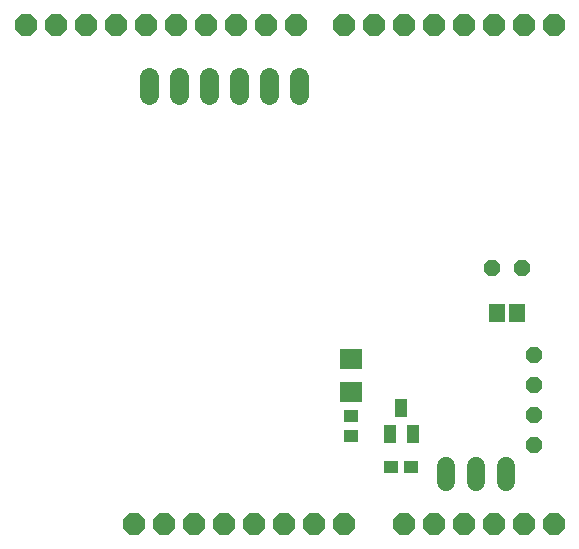
<source format=gts>
G75*
%MOIN*%
%OFA0B0*%
%FSLAX24Y24*%
%IPPOS*%
%LPD*%
%AMOC8*
5,1,8,0,0,1.08239X$1,22.5*
%
%ADD10OC8,0.0740*%
%ADD11C,0.0640*%
%ADD12R,0.0434X0.0591*%
%ADD13R,0.0750X0.0670*%
%ADD14R,0.0473X0.0434*%
%ADD15OC8,0.0560*%
%ADD16C,0.0600*%
%ADD17R,0.0552X0.0631*%
D10*
X004380Y000840D03*
X005380Y000840D03*
X006380Y000840D03*
X007380Y000840D03*
X008380Y000840D03*
X009380Y000840D03*
X010380Y000840D03*
X011380Y000840D03*
X013380Y000840D03*
X014380Y000840D03*
X015380Y000840D03*
X016380Y000840D03*
X017380Y000840D03*
X018380Y000840D03*
X018380Y017480D03*
X017380Y017480D03*
X016380Y017480D03*
X015380Y017480D03*
X014380Y017480D03*
X013380Y017480D03*
X012380Y017480D03*
X011380Y017480D03*
X009780Y017480D03*
X008780Y017480D03*
X007780Y017480D03*
X006780Y017480D03*
X005780Y017480D03*
X004780Y017480D03*
X003780Y017480D03*
X002780Y017480D03*
X001780Y017480D03*
X000780Y017480D03*
D11*
X004880Y015740D02*
X004880Y015140D01*
X005880Y015140D02*
X005880Y015740D01*
X006880Y015740D02*
X006880Y015140D01*
X007880Y015140D02*
X007880Y015740D01*
X008880Y015740D02*
X008880Y015140D01*
X009880Y015140D02*
X009880Y015740D01*
D12*
X013300Y004693D03*
X012926Y003827D03*
X013674Y003827D03*
D13*
X011620Y005220D03*
X011620Y006340D03*
D14*
X011620Y004435D03*
X011620Y003765D03*
X012965Y002740D03*
X013635Y002740D03*
D15*
X017730Y003455D03*
X017730Y004455D03*
X017730Y005455D03*
X017730Y006455D03*
X017320Y009380D03*
X016320Y009380D03*
D16*
X016780Y002780D02*
X016780Y002220D01*
X015780Y002220D02*
X015780Y002780D01*
X014780Y002780D02*
X014780Y002220D01*
D17*
X016485Y007860D03*
X017155Y007860D03*
M02*

</source>
